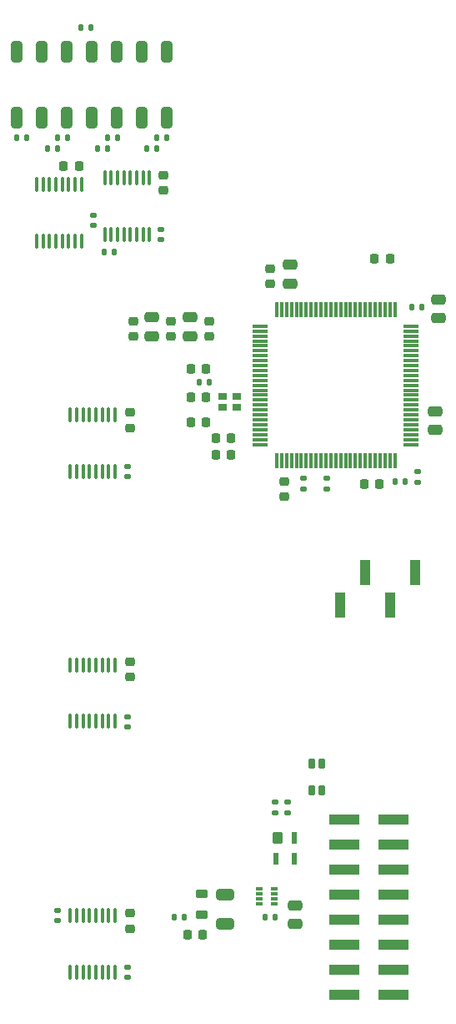
<source format=gbp>
%TF.GenerationSoftware,KiCad,Pcbnew,9.0.5-1.fc42*%
%TF.CreationDate,2025-12-02T14:18:44+01:00*%
%TF.ProjectId,Sub-Board,5375622d-426f-4617-9264-2e6b69636164,2*%
%TF.SameCoordinates,Original*%
%TF.FileFunction,Paste,Bot*%
%TF.FilePolarity,Positive*%
%FSLAX46Y46*%
G04 Gerber Fmt 4.6, Leading zero omitted, Abs format (unit mm)*
G04 Created by KiCad (PCBNEW 9.0.5-1.fc42) date 2025-12-02 14:18:44*
%MOMM*%
%LPD*%
G01*
G04 APERTURE LIST*
G04 Aperture macros list*
%AMRoundRect*
0 Rectangle with rounded corners*
0 $1 Rounding radius*
0 $2 $3 $4 $5 $6 $7 $8 $9 X,Y pos of 4 corners*
0 Add a 4 corners polygon primitive as box body*
4,1,4,$2,$3,$4,$5,$6,$7,$8,$9,$2,$3,0*
0 Add four circle primitives for the rounded corners*
1,1,$1+$1,$2,$3*
1,1,$1+$1,$4,$5*
1,1,$1+$1,$6,$7*
1,1,$1+$1,$8,$9*
0 Add four rect primitives between the rounded corners*
20,1,$1+$1,$2,$3,$4,$5,0*
20,1,$1+$1,$4,$5,$6,$7,0*
20,1,$1+$1,$6,$7,$8,$9,0*
20,1,$1+$1,$8,$9,$2,$3,0*%
G04 Aperture macros list end*
%ADD10R,0.900000X0.800000*%
%ADD11RoundRect,0.225000X0.225000X0.250000X-0.225000X0.250000X-0.225000X-0.250000X0.225000X-0.250000X0*%
%ADD12RoundRect,0.225000X-0.250000X0.225000X-0.250000X-0.225000X0.250000X-0.225000X0.250000X0.225000X0*%
%ADD13RoundRect,0.250000X0.475000X-0.250000X0.475000X0.250000X-0.475000X0.250000X-0.475000X-0.250000X0*%
%ADD14RoundRect,0.135000X0.135000X0.185000X-0.135000X0.185000X-0.135000X-0.185000X0.135000X-0.185000X0*%
%ADD15RoundRect,0.250000X-0.475000X0.250000X-0.475000X-0.250000X0.475000X-0.250000X0.475000X0.250000X0*%
%ADD16RoundRect,0.250000X-0.650000X0.325000X-0.650000X-0.325000X0.650000X-0.325000X0.650000X0.325000X0*%
%ADD17RoundRect,0.135000X-0.135000X-0.185000X0.135000X-0.185000X0.135000X0.185000X-0.135000X0.185000X0*%
%ADD18R,1.000000X2.510000*%
%ADD19RoundRect,0.100000X0.100000X-0.637500X0.100000X0.637500X-0.100000X0.637500X-0.100000X-0.637500X0*%
%ADD20RoundRect,0.120000X0.180000X-0.430000X0.180000X0.430000X-0.180000X0.430000X-0.180000X-0.430000X0*%
%ADD21RoundRect,0.218750X-0.381250X0.218750X-0.381250X-0.218750X0.381250X-0.218750X0.381250X0.218750X0*%
%ADD22RoundRect,0.075000X-0.725000X-0.075000X0.725000X-0.075000X0.725000X0.075000X-0.725000X0.075000X0*%
%ADD23RoundRect,0.075000X-0.075000X-0.725000X0.075000X-0.725000X0.075000X0.725000X-0.075000X0.725000X0*%
%ADD24RoundRect,0.218750X0.218750X0.256250X-0.218750X0.256250X-0.218750X-0.256250X0.218750X-0.256250X0*%
%ADD25RoundRect,0.135000X-0.185000X0.135000X-0.185000X-0.135000X0.185000X-0.135000X0.185000X0.135000X0*%
%ADD26RoundRect,0.135000X0.185000X-0.135000X0.185000X0.135000X-0.185000X0.135000X-0.185000X-0.135000X0*%
%ADD27RoundRect,0.225000X0.250000X-0.225000X0.250000X0.225000X-0.250000X0.225000X-0.250000X-0.225000X0*%
%ADD28R,0.660000X0.320000*%
%ADD29RoundRect,0.250000X-0.310000X0.830000X-0.310000X-0.830000X0.310000X-0.830000X0.310000X0.830000X0*%
%ADD30RoundRect,0.123750X-0.371250X0.496250X-0.371250X-0.496250X0.371250X-0.496250X0.371250X0.496250X0*%
%ADD31RoundRect,0.073750X-0.221250X0.546250X-0.221250X-0.546250X0.221250X-0.546250X0.221250X0.546250X0*%
%ADD32R,3.150000X1.000000*%
G04 APERTURE END LIST*
D10*
%TO.C,Y1*%
X129692400Y-83566000D03*
X128292400Y-83566000D03*
X128292400Y-84666000D03*
X129692400Y-84666000D03*
%TD*%
D11*
%TO.C,C11*%
X129121400Y-87818600D03*
X127571400Y-87818600D03*
%TD*%
D12*
%TO.C,C6*%
X118872000Y-110477000D03*
X118872000Y-112027000D03*
%TD*%
D13*
%TO.C,C8*%
X124968000Y-77470000D03*
X124968000Y-75570000D03*
%TD*%
D14*
%TO.C,R21*%
X148467000Y-74549000D03*
X147447000Y-74549000D03*
%TD*%
%TO.C,R3*%
X133606000Y-136448800D03*
X132586000Y-136448800D03*
%TD*%
D15*
%TO.C,C23*%
X149860000Y-85095000D03*
X149860000Y-86995000D03*
%TD*%
D16*
%TO.C,C2*%
X128524000Y-134157400D03*
X128524000Y-137107400D03*
%TD*%
D11*
%TO.C,C15*%
X129121400Y-89469600D03*
X127571400Y-89469600D03*
%TD*%
D17*
%TO.C,R13*%
X116269400Y-68908099D03*
X117289400Y-68908099D03*
%TD*%
D18*
%TO.C,J2*%
X147828000Y-101447600D03*
X145288000Y-104757600D03*
X142748000Y-101447600D03*
X140208000Y-104757600D03*
%TD*%
D15*
%TO.C,C1*%
X135585200Y-135194000D03*
X135585200Y-137094000D03*
%TD*%
D19*
%TO.C,U7*%
X117348000Y-141996000D03*
X116698000Y-141996000D03*
X116048000Y-141996000D03*
X115398000Y-141996000D03*
X114748000Y-141996000D03*
X114098000Y-141996000D03*
X113448000Y-141996000D03*
X112798000Y-141996000D03*
X112798000Y-136271000D03*
X113448000Y-136271000D03*
X114098000Y-136271000D03*
X114748000Y-136271000D03*
X115398000Y-136271000D03*
X116048000Y-136271000D03*
X116698000Y-136271000D03*
X117348000Y-136271000D03*
%TD*%
D20*
%TO.C,L1*%
X138295000Y-123524000D03*
X138295000Y-120824000D03*
X137295000Y-120824000D03*
X137295000Y-123524000D03*
%TD*%
D21*
%TO.C,L2*%
X126111000Y-134061900D03*
X126111000Y-136186900D03*
%TD*%
D12*
%TO.C,C22*%
X133096000Y-70631000D03*
X133096000Y-72181000D03*
%TD*%
D22*
%TO.C,U3*%
X132075800Y-88448400D03*
X132075800Y-87948400D03*
X132075800Y-87448399D03*
X132075800Y-86948400D03*
X132075800Y-86448401D03*
X132075800Y-85948400D03*
X132075800Y-85448400D03*
X132075800Y-84948399D03*
X132075800Y-84448400D03*
X132075800Y-83948400D03*
X132075800Y-83448400D03*
X132075800Y-82948400D03*
X132075799Y-82448400D03*
X132075800Y-81948400D03*
X132075800Y-81448400D03*
X132075800Y-80948400D03*
X132075800Y-80448400D03*
X132075800Y-79948401D03*
X132075800Y-79448400D03*
X132075800Y-78948400D03*
X132075800Y-78448399D03*
X132075800Y-77948400D03*
X132075800Y-77448401D03*
X132075800Y-76948400D03*
X132075800Y-76448400D03*
D23*
X133750800Y-74773400D03*
X134250800Y-74773400D03*
X134750801Y-74773400D03*
X135250800Y-74773400D03*
X135750799Y-74773400D03*
X136250800Y-74773400D03*
X136750800Y-74773400D03*
X137250801Y-74773400D03*
X137750800Y-74773400D03*
X138250800Y-74773400D03*
X138750800Y-74773400D03*
X139250800Y-74773400D03*
X139750800Y-74773399D03*
X140250800Y-74773400D03*
X140750800Y-74773400D03*
X141250800Y-74773400D03*
X141750800Y-74773400D03*
X142250799Y-74773400D03*
X142750800Y-74773400D03*
X143250800Y-74773400D03*
X143750801Y-74773400D03*
X144250800Y-74773400D03*
X144750799Y-74773400D03*
X145250800Y-74773400D03*
X145750800Y-74773400D03*
D22*
X147425800Y-76448400D03*
X147425800Y-76948400D03*
X147425800Y-77448401D03*
X147425800Y-77948400D03*
X147425800Y-78448399D03*
X147425800Y-78948400D03*
X147425800Y-79448400D03*
X147425800Y-79948401D03*
X147425800Y-80448400D03*
X147425800Y-80948400D03*
X147425800Y-81448400D03*
X147425800Y-81948400D03*
X147425801Y-82448400D03*
X147425800Y-82948400D03*
X147425800Y-83448400D03*
X147425800Y-83948400D03*
X147425800Y-84448400D03*
X147425800Y-84948399D03*
X147425800Y-85448400D03*
X147425800Y-85948400D03*
X147425800Y-86448401D03*
X147425800Y-86948400D03*
X147425800Y-87448399D03*
X147425800Y-87948400D03*
X147425800Y-88448400D03*
D23*
X145750800Y-90123400D03*
X145250800Y-90123400D03*
X144750799Y-90123400D03*
X144250800Y-90123400D03*
X143750801Y-90123400D03*
X143250800Y-90123400D03*
X142750800Y-90123400D03*
X142250799Y-90123400D03*
X141750800Y-90123400D03*
X141250800Y-90123400D03*
X140750800Y-90123400D03*
X140250800Y-90123400D03*
X139750800Y-90123401D03*
X139250800Y-90123400D03*
X138750800Y-90123400D03*
X138250800Y-90123400D03*
X137750800Y-90123400D03*
X137250801Y-90123400D03*
X136750800Y-90123400D03*
X136250800Y-90123400D03*
X135750799Y-90123400D03*
X135250800Y-90123400D03*
X134750801Y-90123400D03*
X134250800Y-90123400D03*
X133750800Y-90123400D03*
%TD*%
D14*
%TO.C,R8*%
X117629400Y-57302400D03*
X116609400Y-57302400D03*
%TD*%
D24*
%TO.C,FB1*%
X126263500Y-138172400D03*
X124688500Y-138172400D03*
%TD*%
D12*
%TO.C,C3*%
X122240400Y-61150099D03*
X122240400Y-62700099D03*
%TD*%
D25*
%TO.C,R15*%
X115112800Y-65225200D03*
X115112800Y-66245200D03*
%TD*%
D12*
%TO.C,C18*%
X134493000Y-92189000D03*
X134493000Y-93739000D03*
%TD*%
D25*
%TO.C,R16*%
X148031200Y-91236800D03*
X148031200Y-92256800D03*
%TD*%
D26*
%TO.C,R2*%
X133604000Y-125782800D03*
X133604000Y-124762800D03*
%TD*%
D12*
%TO.C,C5*%
X118872000Y-85204000D03*
X118872000Y-86754000D03*
%TD*%
D14*
%TO.C,R10*%
X112498600Y-57302400D03*
X111478600Y-57302400D03*
%TD*%
D15*
%TO.C,C7*%
X135128000Y-70236000D03*
X135128000Y-72136000D03*
%TD*%
D26*
%TO.C,R20*%
X138877800Y-92934400D03*
X138877800Y-91914400D03*
%TD*%
D11*
%TO.C,C12*%
X145250200Y-69596000D03*
X143700200Y-69596000D03*
%TD*%
D26*
%TO.C,R1*%
X134825200Y-125782800D03*
X134825200Y-124762800D03*
%TD*%
D27*
%TO.C,C10*%
X122968000Y-77515000D03*
X122968000Y-75965000D03*
%TD*%
D25*
%TO.C,R14*%
X121961000Y-66672899D03*
X121961000Y-67692899D03*
%TD*%
D27*
%TO.C,C9*%
X126873000Y-77515000D03*
X126873000Y-75965000D03*
%TD*%
D11*
%TO.C,C4*%
X113663600Y-60233400D03*
X112113600Y-60233400D03*
%TD*%
D19*
%TO.C,U2*%
X120832400Y-67157600D03*
X120182400Y-67157600D03*
X119532400Y-67157600D03*
X118882400Y-67157600D03*
X118232400Y-67157600D03*
X117582400Y-67157600D03*
X116932400Y-67157600D03*
X116282400Y-67157600D03*
X116282400Y-61432600D03*
X116932400Y-61432600D03*
X117582400Y-61432600D03*
X118232400Y-61432600D03*
X118882400Y-61432600D03*
X119532400Y-61432600D03*
X120182400Y-61432600D03*
X120832400Y-61432600D03*
%TD*%
D17*
%TO.C,R23*%
X125851400Y-82169000D03*
X126871400Y-82169000D03*
%TD*%
D11*
%TO.C,C21*%
X126586400Y-86187600D03*
X125036400Y-86187600D03*
%TD*%
D17*
%TO.C,R7*%
X120548400Y-58394600D03*
X121568400Y-58394600D03*
%TD*%
D25*
%TO.C,R18*%
X118618000Y-90676000D03*
X118618000Y-91696000D03*
%TD*%
D27*
%TO.C,C16*%
X119158000Y-77515000D03*
X119158000Y-75965000D03*
%TD*%
D11*
%TO.C,C19*%
X144171000Y-92456000D03*
X142621000Y-92456000D03*
%TD*%
D19*
%TO.C,U4*%
X113919000Y-67828000D03*
X113269000Y-67828000D03*
X112619000Y-67828000D03*
X111969000Y-67828000D03*
X111319000Y-67828000D03*
X110669000Y-67828000D03*
X110019000Y-67828000D03*
X109369000Y-67828000D03*
X109369000Y-62103000D03*
X110019000Y-62103000D03*
X110669000Y-62103000D03*
X111319000Y-62103000D03*
X111969000Y-62103000D03*
X112619000Y-62103000D03*
X113269000Y-62103000D03*
X113919000Y-62103000D03*
%TD*%
D11*
%TO.C,C14*%
X126586400Y-80797400D03*
X125036400Y-80797400D03*
%TD*%
D28*
%TO.C,U1*%
X132005400Y-135065200D03*
X132005400Y-134565200D03*
X132005400Y-134065200D03*
X132005400Y-133565200D03*
X133475400Y-133565200D03*
X133475400Y-134065200D03*
X133475400Y-134565200D03*
X133475400Y-135065200D03*
%TD*%
D17*
%TO.C,R17*%
X145796000Y-92202000D03*
X146816000Y-92202000D03*
%TD*%
D19*
%TO.C,U6*%
X117337000Y-116527500D03*
X116687000Y-116527500D03*
X116037000Y-116527500D03*
X115387000Y-116527500D03*
X114737000Y-116527500D03*
X114087000Y-116527500D03*
X113437000Y-116527500D03*
X112787000Y-116527500D03*
X112787000Y-110802500D03*
X113437000Y-110802500D03*
X114087000Y-110802500D03*
X114737000Y-110802500D03*
X115387000Y-110802500D03*
X116037000Y-110802500D03*
X116687000Y-110802500D03*
X117337000Y-110802500D03*
%TD*%
D13*
%TO.C,C13*%
X121063000Y-77470000D03*
X121063000Y-75570000D03*
%TD*%
D12*
%TO.C,C17*%
X118872000Y-136004000D03*
X118872000Y-137554000D03*
%TD*%
D19*
%TO.C,U5*%
X117337000Y-91194001D03*
X116687000Y-91194001D03*
X116037000Y-91194001D03*
X115387000Y-91194001D03*
X114737000Y-91194001D03*
X114087000Y-91194001D03*
X113437000Y-91194001D03*
X112787000Y-91194001D03*
X112787000Y-85469001D03*
X113437000Y-85469001D03*
X114087000Y-85469001D03*
X114737000Y-85469001D03*
X115387000Y-85469001D03*
X116037000Y-85469001D03*
X116687000Y-85469001D03*
X117337000Y-85469001D03*
%TD*%
D29*
%TO.C,SW1*%
X107315000Y-48578000D03*
X109855000Y-48578000D03*
X112395000Y-48578000D03*
X114935000Y-48578000D03*
X117475000Y-48578000D03*
X120015000Y-48578000D03*
X122555000Y-48578000D03*
X122555000Y-55308000D03*
X120015000Y-55308000D03*
X117475000Y-55308000D03*
X114935000Y-55308000D03*
X112395000Y-55308000D03*
X109855000Y-55308000D03*
X107315000Y-55308000D03*
%TD*%
D14*
%TO.C,R4*%
X124360400Y-136369000D03*
X123340400Y-136369000D03*
%TD*%
D25*
%TO.C,R22*%
X118618000Y-141478000D03*
X118618000Y-142497998D03*
%TD*%
%TO.C,R25*%
X111506000Y-135763000D03*
X111506000Y-136783000D03*
%TD*%
D15*
%TO.C,C20*%
X150182085Y-73728000D03*
X150182085Y-75628000D03*
%TD*%
D14*
%TO.C,R6*%
X122607800Y-57302400D03*
X121587800Y-57302400D03*
%TD*%
D30*
%TO.C,D1*%
X133860000Y-128354400D03*
D31*
X135580000Y-128354400D03*
X135580000Y-130464400D03*
X133660000Y-130464400D03*
%TD*%
D17*
%TO.C,R12*%
X107313000Y-57302400D03*
X108333000Y-57302400D03*
%TD*%
%TO.C,R5*%
X113891600Y-46177200D03*
X114911600Y-46177200D03*
%TD*%
D26*
%TO.C,R24*%
X136464800Y-92934400D03*
X136464800Y-91914400D03*
%TD*%
D32*
%TO.C,J1*%
X140604000Y-144272000D03*
X145654000Y-144272000D03*
X140604000Y-141732000D03*
X145654000Y-141732000D03*
X140604000Y-139192000D03*
X145654000Y-139192000D03*
X140604000Y-136652000D03*
X145654000Y-136652000D03*
X140604000Y-134112000D03*
X145654000Y-134112000D03*
X140604000Y-131572000D03*
X145654000Y-131572000D03*
X140604000Y-129032000D03*
X145654000Y-129032000D03*
X140604000Y-126492000D03*
X145654000Y-126492000D03*
%TD*%
D25*
%TO.C,R19*%
X118618000Y-116076000D03*
X118618000Y-117096000D03*
%TD*%
D11*
%TO.C,C24*%
X126586400Y-83647600D03*
X125036400Y-83647600D03*
%TD*%
D17*
%TO.C,R9*%
X115570000Y-58394600D03*
X116590000Y-58394600D03*
%TD*%
%TO.C,R11*%
X110439200Y-58394600D03*
X111459200Y-58394600D03*
%TD*%
M02*

</source>
